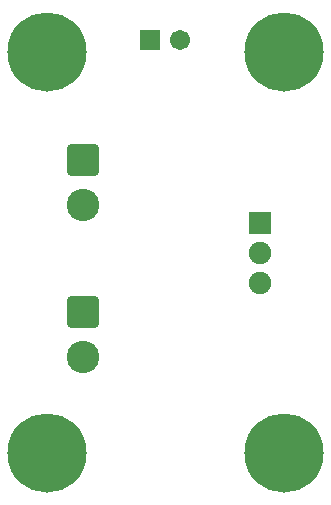
<source format=gbs>
G04 Layer_Color=16711935*
%FSLAX25Y25*%
%MOIN*%
G70*
G01*
G75*
%ADD25R,0.06706X0.06706*%
%ADD26C,0.06706*%
%ADD27C,0.07493*%
%ADD28R,0.07493X0.07493*%
G04:AMPARAMS|DCode=29|XSize=108mil|YSize=108mil|CornerRadius=16.5mil|HoleSize=0mil|Usage=FLASHONLY|Rotation=180.000|XOffset=0mil|YOffset=0mil|HoleType=Round|Shape=RoundedRectangle|*
%AMROUNDEDRECTD29*
21,1,0.10800,0.07500,0,0,180.0*
21,1,0.07500,0.10800,0,0,180.0*
1,1,0.03300,-0.03750,0.03750*
1,1,0.03300,0.03750,0.03750*
1,1,0.03300,0.03750,-0.03750*
1,1,0.03300,-0.03750,-0.03750*
%
%ADD29ROUNDEDRECTD29*%
%ADD30C,0.10800*%
%ADD31C,0.26391*%
D25*
X53976Y157480D02*
D03*
D26*
X63976D02*
D03*
D27*
X90551Y76614D02*
D03*
Y86614D02*
D03*
D28*
Y96614D02*
D03*
D29*
X31496Y66929D02*
D03*
Y117362D02*
D03*
D30*
Y51929D02*
D03*
Y102362D02*
D03*
D31*
X98425Y19685D02*
D03*
Y153543D02*
D03*
X19685D02*
D03*
Y19685D02*
D03*
M02*

</source>
